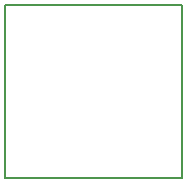
<source format=gbr>
G04 #@! TF.FileFunction,Profile,NP*
%FSLAX46Y46*%
G04 Gerber Fmt 4.6, Leading zero omitted, Abs format (unit mm)*
G04 Created by KiCad (PCBNEW 4.0.2+dfsg1-stable) date mar 18 dic 2018 10:10:51 CET*
%MOMM*%
G01*
G04 APERTURE LIST*
%ADD10C,0.100000*%
%ADD11C,0.150000*%
G04 APERTURE END LIST*
D10*
D11*
X119745760Y-111158020D02*
X119745760Y-96525080D01*
X134686040Y-111158020D02*
X119745760Y-111158020D01*
X134686040Y-96525080D02*
X134686040Y-111158020D01*
X119745760Y-96525080D02*
X134686040Y-96525080D01*
M02*

</source>
